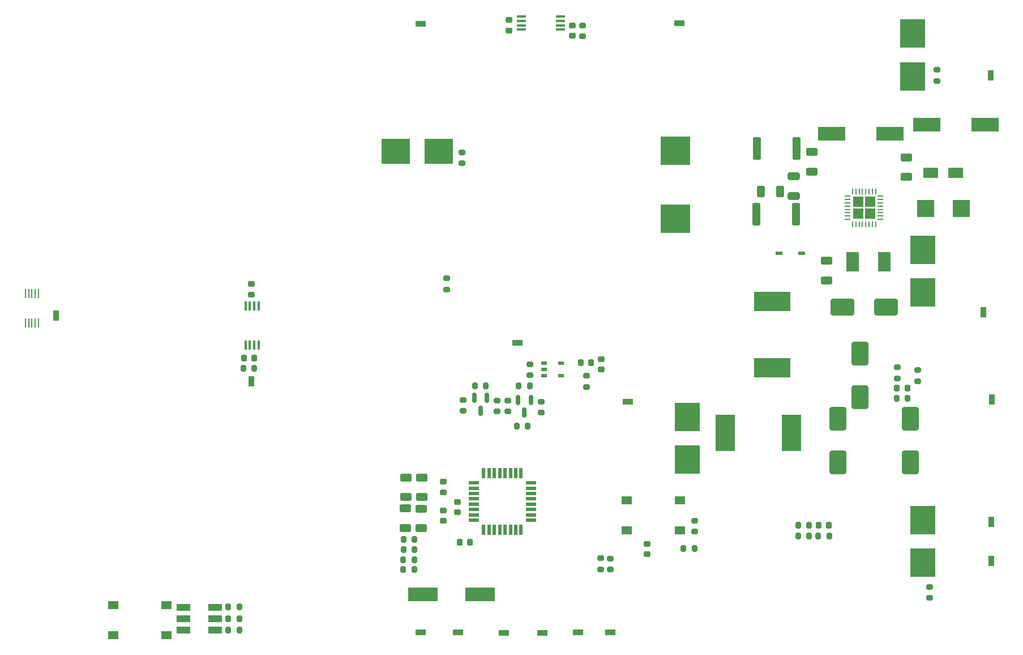
<source format=gtp>
G04 #@! TF.GenerationSoftware,KiCad,Pcbnew,7.0.1*
G04 #@! TF.CreationDate,2023-09-17T03:43:03-07:00*
G04 #@! TF.ProjectId,rps01,72707330-312e-46b6-9963-61645f706362,1*
G04 #@! TF.SameCoordinates,Original*
G04 #@! TF.FileFunction,Paste,Top*
G04 #@! TF.FilePolarity,Positive*
%FSLAX46Y46*%
G04 Gerber Fmt 4.6, Leading zero omitted, Abs format (unit mm)*
G04 Created by KiCad (PCBNEW 7.0.1) date 2023-09-17 03:43:03*
%MOMM*%
%LPD*%
G01*
G04 APERTURE LIST*
G04 Aperture macros list*
%AMRoundRect*
0 Rectangle with rounded corners*
0 $1 Rounding radius*
0 $2 $3 $4 $5 $6 $7 $8 $9 X,Y pos of 4 corners*
0 Add a 4 corners polygon primitive as box body*
4,1,4,$2,$3,$4,$5,$6,$7,$8,$9,$2,$3,0*
0 Add four circle primitives for the rounded corners*
1,1,$1+$1,$2,$3*
1,1,$1+$1,$4,$5*
1,1,$1+$1,$6,$7*
1,1,$1+$1,$8,$9*
0 Add four rect primitives between the rounded corners*
20,1,$1+$1,$2,$3,$4,$5,0*
20,1,$1+$1,$4,$5,$6,$7,0*
20,1,$1+$1,$6,$7,$8,$9,0*
20,1,$1+$1,$8,$9,$2,$3,0*%
G04 Aperture macros list end*
%ADD10R,1.917700X2.997200*%
%ADD11R,1.111200X0.600800*%
%ADD12R,2.000000X1.100000*%
%ADD13R,1.600200X0.812800*%
%ADD14RoundRect,0.225000X0.250000X-0.225000X0.250000X0.225000X-0.250000X0.225000X-0.250000X-0.225000X0*%
%ADD15RoundRect,0.250000X0.625000X-0.312500X0.625000X0.312500X-0.625000X0.312500X-0.625000X-0.312500X0*%
%ADD16RoundRect,0.200000X0.200000X0.275000X-0.200000X0.275000X-0.200000X-0.275000X0.200000X-0.275000X0*%
%ADD17RoundRect,0.150000X-0.150000X0.587500X-0.150000X-0.587500X0.150000X-0.587500X0.150000X0.587500X0*%
%ADD18R,0.812800X1.600200*%
%ADD19RoundRect,0.200000X-0.275000X0.200000X-0.275000X-0.200000X0.275000X-0.200000X0.275000X0.200000X0*%
%ADD20RoundRect,0.225000X-0.250000X0.225000X-0.250000X-0.225000X0.250000X-0.225000X0.250000X0.225000X0*%
%ADD21R,4.241800X3.810000*%
%ADD22RoundRect,0.200000X-0.200000X-0.275000X0.200000X-0.275000X0.200000X0.275000X-0.200000X0.275000X0*%
%ADD23RoundRect,0.250000X-0.362500X-1.425000X0.362500X-1.425000X0.362500X1.425000X-0.362500X1.425000X0*%
%ADD24RoundRect,0.225000X-0.225000X-0.250000X0.225000X-0.250000X0.225000X0.250000X-0.225000X0.250000X0*%
%ADD25RoundRect,0.250000X1.000000X-1.500000X1.000000X1.500000X-1.000000X1.500000X-1.000000X-1.500000X0*%
%ADD26R,0.804800X0.249200*%
%ADD27R,0.249200X0.804800*%
%ADD28RoundRect,0.250000X1.500000X1.000000X-1.500000X1.000000X-1.500000X-1.000000X1.500000X-1.000000X0*%
%ADD29R,2.184400X1.625600*%
%ADD30R,3.810000X4.241800*%
%ADD31RoundRect,0.250000X-0.625000X0.312500X-0.625000X-0.312500X0.625000X-0.312500X0.625000X0.312500X0*%
%ADD32R,0.279400X1.333500*%
%ADD33R,1.600000X0.550000*%
%ADD34R,0.550000X1.600000*%
%ADD35RoundRect,0.225000X0.225000X0.250000X-0.225000X0.250000X-0.225000X-0.250000X0.225000X-0.250000X0*%
%ADD36R,0.952500X0.508000*%
%ADD37R,0.355600X1.473200*%
%ADD38RoundRect,0.200000X0.275000X-0.200000X0.275000X0.200000X-0.275000X0.200000X-0.275000X-0.200000X0*%
%ADD39R,2.560396X2.499995*%
%ADD40R,4.100000X2.000000*%
%ADD41RoundRect,0.250000X0.650000X-0.325000X0.650000X0.325000X-0.650000X0.325000X-0.650000X-0.325000X0*%
%ADD42R,4.521200X4.241800*%
%ADD43RoundRect,0.250000X-0.312500X-0.625000X0.312500X-0.625000X0.312500X0.625000X-0.312500X0.625000X0*%
%ADD44R,2.895600X5.410200*%
%ADD45R,5.410200X2.895600*%
%ADD46R,1.550000X1.300000*%
%ADD47R,1.473200X0.355600*%
%ADD48R,4.500000X2.000000*%
G04 APERTURE END LIST*
G36*
X163047600Y-68450000D02*
G01*
X161472600Y-68450000D01*
X161472600Y-66875000D01*
X163047600Y-66875000D01*
X163047600Y-68450000D01*
G37*
G36*
X163047600Y-70225000D02*
G01*
X161472600Y-70225000D01*
X161472600Y-68650000D01*
X163047600Y-68650000D01*
X163047600Y-70225000D01*
G37*
G36*
X164822600Y-68450000D02*
G01*
X163247600Y-68450000D01*
X163247600Y-66875000D01*
X164822600Y-66875000D01*
X164822600Y-68450000D01*
G37*
G36*
X164822600Y-70225000D02*
G01*
X163247600Y-70225000D01*
X163247600Y-68650000D01*
X164822600Y-68650000D01*
X164822600Y-70225000D01*
G37*
D10*
X161417250Y-76600000D03*
X166154350Y-76600000D03*
D11*
X153825000Y-75350000D03*
X150375000Y-75350000D03*
D12*
X66124179Y-131651680D03*
X66124179Y-129951680D03*
X66124179Y-128251680D03*
X61324179Y-128251680D03*
X61324179Y-129951680D03*
X61324179Y-131651680D03*
D13*
X96804900Y-132001700D03*
D14*
X100174179Y-115301680D03*
X100174179Y-113751680D03*
D15*
X94599179Y-111776680D03*
X94599179Y-108851680D03*
D16*
X95924179Y-118151680D03*
X94274179Y-118151680D03*
D17*
X113299179Y-97301680D03*
X111399179Y-97301680D03*
X112349179Y-99176680D03*
D18*
X182100000Y-48800000D03*
D14*
X102324179Y-114051680D03*
X102324179Y-112501680D03*
D18*
X182200000Y-115500000D03*
D19*
X114899179Y-97501680D03*
X114899179Y-99151680D03*
D20*
X100224179Y-109501680D03*
X100224179Y-111051680D03*
D21*
X93123779Y-60151680D03*
X99499179Y-60151680D03*
D22*
X168000000Y-97000000D03*
X169650000Y-97000000D03*
D23*
X147037500Y-69549998D03*
X152962500Y-69549998D03*
D24*
X156350000Y-116000000D03*
X157900000Y-116000000D03*
D13*
X102400000Y-132000000D03*
D25*
X162550000Y-96850000D03*
X162550000Y-90350000D03*
D19*
X109849179Y-97326680D03*
X109849179Y-98976680D03*
D22*
X94224179Y-121151680D03*
X95874179Y-121151680D03*
D18*
X182251700Y-97195100D03*
D24*
X120774179Y-91726680D03*
X122324179Y-91726680D03*
D26*
X160695200Y-66800001D03*
X160695200Y-67300000D03*
X160695200Y-67799999D03*
X160695200Y-68300000D03*
X160695200Y-68800000D03*
X160695200Y-69300001D03*
X160695200Y-69800000D03*
X160695200Y-70299999D03*
D27*
X161397601Y-71002400D03*
X161897600Y-71002400D03*
X162397599Y-71002400D03*
X162897600Y-71002400D03*
X163397600Y-71002400D03*
X163897601Y-71002400D03*
X164397600Y-71002400D03*
X164897599Y-71002400D03*
D26*
X165600000Y-70299999D03*
X165600000Y-69800000D03*
X165600000Y-69300001D03*
X165600000Y-68800000D03*
X165600000Y-68300000D03*
X165600000Y-67799999D03*
X165600000Y-67300000D03*
X165600000Y-66800001D03*
D27*
X164897599Y-66097600D03*
X164397600Y-66097600D03*
X163897601Y-66097600D03*
X163397600Y-66097600D03*
X162897600Y-66097600D03*
X162397599Y-66097600D03*
X161897600Y-66097600D03*
X161397601Y-66097600D03*
D16*
X95899179Y-119651680D03*
X94249179Y-119651680D03*
D28*
X166400000Y-83400000D03*
X159900000Y-83400000D03*
D18*
X180950000Y-84200000D03*
D29*
X173145800Y-63300000D03*
X176854200Y-63300000D03*
D23*
X147137500Y-59649998D03*
X153062500Y-59649998D03*
D22*
X68049179Y-128226680D03*
X69699179Y-128226680D03*
D30*
X171899179Y-81226680D03*
X171899179Y-74851280D03*
D19*
X108261706Y-97334081D03*
X108261706Y-98984081D03*
X137799179Y-115276680D03*
X137799179Y-116926680D03*
D31*
X169500000Y-61037500D03*
X169500000Y-63962500D03*
D13*
X125200000Y-132000000D03*
D32*
X37698419Y-85806730D03*
X38198799Y-85806730D03*
X38699179Y-85806730D03*
X39199559Y-85806730D03*
X39699939Y-85806730D03*
X39699939Y-81374430D03*
X39199559Y-81374430D03*
X38699179Y-81374430D03*
X38198799Y-81374430D03*
X37698419Y-81374430D03*
D22*
X68074179Y-131626680D03*
X69724179Y-131626680D03*
D16*
X106574179Y-95201680D03*
X104924179Y-95201680D03*
D19*
X121624179Y-93651680D03*
X121624179Y-95301680D03*
D33*
X104799179Y-109651680D03*
X104799179Y-110451680D03*
X104799179Y-111251680D03*
X104799179Y-112051680D03*
X104799179Y-112851680D03*
X104799179Y-113651680D03*
X104799179Y-114451680D03*
X104799179Y-115251680D03*
D34*
X106249179Y-116701680D03*
X107049179Y-116701680D03*
X107849179Y-116701680D03*
X108649179Y-116701680D03*
X109449179Y-116701680D03*
X110249179Y-116701680D03*
X111049179Y-116701680D03*
X111849179Y-116701680D03*
D33*
X113299179Y-115251680D03*
X113299179Y-114451680D03*
X113299179Y-113651680D03*
X113299179Y-112851680D03*
X113299179Y-112051680D03*
X113299179Y-111251680D03*
X113299179Y-110451680D03*
X113299179Y-109651680D03*
D34*
X111849179Y-108201680D03*
X111049179Y-108201680D03*
X110249179Y-108201680D03*
X109449179Y-108201680D03*
X108649179Y-108201680D03*
X107849179Y-108201680D03*
X107049179Y-108201680D03*
X106249179Y-108201680D03*
D16*
X112849179Y-101201680D03*
X111199179Y-101201680D03*
D20*
X130674179Y-118751680D03*
X130674179Y-120301680D03*
D35*
X104224179Y-118576680D03*
X102674179Y-118576680D03*
D13*
X115004900Y-132101700D03*
D36*
X115249179Y-91751678D03*
X115249179Y-92701679D03*
X115249179Y-93651680D03*
X117801879Y-93651680D03*
X117801879Y-91751678D03*
D14*
X71500000Y-81500000D03*
X71500000Y-79950000D03*
D37*
X72574178Y-83230680D03*
X71924180Y-83230680D03*
X71274178Y-83230680D03*
X70624180Y-83230680D03*
X70624180Y-89072680D03*
X71274178Y-89072680D03*
X71924180Y-89072680D03*
X72574178Y-89072680D03*
D13*
X135524179Y-41001680D03*
D38*
X123724179Y-122576680D03*
X123724179Y-120926680D03*
D19*
X171150000Y-92825000D03*
X171150000Y-94475000D03*
D24*
X168050000Y-95500000D03*
X169600000Y-95500000D03*
D39*
X172327806Y-68700000D03*
X177672194Y-68700000D03*
D18*
X71516101Y-94490025D03*
D31*
X96974179Y-108864180D03*
X96974179Y-111789180D03*
D19*
X125199179Y-120951680D03*
X125199179Y-122601680D03*
D38*
X102999179Y-61901680D03*
X102999179Y-60251680D03*
X100724179Y-80751680D03*
X100724179Y-79101680D03*
D40*
X172500000Y-56100000D03*
X181200000Y-56100000D03*
D30*
X171899179Y-115226680D03*
X171899179Y-121602080D03*
D31*
X155300000Y-60200000D03*
X155300000Y-63125000D03*
D13*
X127800000Y-97500000D03*
D15*
X96899179Y-116426680D03*
X96899179Y-113501680D03*
D19*
X103199179Y-97276680D03*
X103199179Y-98926680D03*
D22*
X68074179Y-129926680D03*
X69724179Y-129926680D03*
D19*
X168100000Y-92400000D03*
X168100000Y-94050000D03*
D22*
X153275000Y-116000000D03*
X154925000Y-116000000D03*
D38*
X172900000Y-126850000D03*
X172900000Y-125200000D03*
D41*
X152600000Y-66775000D03*
X152600000Y-63825000D03*
D25*
X170100000Y-106600000D03*
X170100000Y-100100000D03*
D42*
X134900000Y-70149998D03*
X134900000Y-60000000D03*
D22*
X94224179Y-122626680D03*
X95874179Y-122626680D03*
D16*
X113149179Y-95151680D03*
X111499179Y-95151680D03*
D13*
X96824179Y-41101680D03*
D14*
X123824179Y-92701680D03*
X123824179Y-91151680D03*
D38*
X113199179Y-93576680D03*
X113199179Y-91926680D03*
D15*
X157500000Y-79412500D03*
X157500000Y-76487500D03*
D13*
X109304900Y-132101700D03*
D20*
X119474179Y-41326680D03*
X119474179Y-42876680D03*
D40*
X158300000Y-57500000D03*
X167000000Y-57500000D03*
D18*
X42298300Y-84704900D03*
D43*
X147700000Y-66100000D03*
X150625000Y-66100000D03*
D44*
X142394000Y-102200000D03*
X152300000Y-102200000D03*
D45*
X149407900Y-92453000D03*
X149407900Y-82547000D03*
D46*
X127649179Y-112276680D03*
X135609179Y-112276680D03*
X127649179Y-116776680D03*
X135609179Y-116776680D03*
D30*
X136700000Y-99800000D03*
X136700000Y-106175400D03*
D31*
X94574179Y-113451680D03*
X94574179Y-116376680D03*
D22*
X70299179Y-92576680D03*
X71949179Y-92576680D03*
D17*
X106749179Y-96976680D03*
X104849179Y-96976680D03*
X105799179Y-98851680D03*
D13*
X120400000Y-132000000D03*
D16*
X154925000Y-117600000D03*
X153275000Y-117600000D03*
D25*
X159200000Y-106600000D03*
X159200000Y-100100000D03*
D22*
X136124179Y-119476680D03*
X137774179Y-119476680D03*
D47*
X111878179Y-39976681D03*
X111878179Y-40626679D03*
X111878179Y-41276681D03*
X111878179Y-41926679D03*
X117720179Y-41926679D03*
X117720179Y-41276681D03*
X117720179Y-40626679D03*
X117720179Y-39976681D03*
D13*
X111300000Y-88700000D03*
D38*
X121049179Y-42926680D03*
X121049179Y-41276680D03*
D19*
X174000000Y-47950000D03*
X174000000Y-49600000D03*
D48*
X97199179Y-126326680D03*
X105699179Y-126326680D03*
D18*
X182200000Y-121300000D03*
D46*
X50889179Y-127901680D03*
X58849179Y-127901680D03*
X50889179Y-132401680D03*
X58849179Y-132401680D03*
D30*
X170400000Y-42524600D03*
X170400000Y-48900000D03*
D20*
X110000000Y-40500000D03*
X110000000Y-42050000D03*
D16*
X157950000Y-117600000D03*
X156300000Y-117600000D03*
D35*
X71924179Y-91051680D03*
X70374179Y-91051680D03*
M02*

</source>
